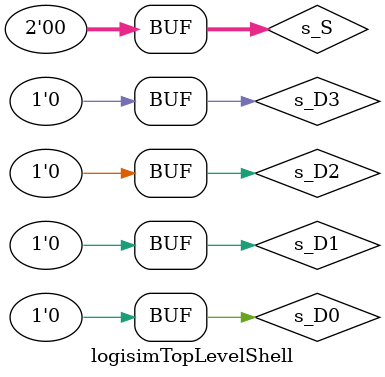
<source format=v>
/******************************************************************************
 ** Logisim-evolution goes FPGA automatic generated Verilog code             **
 ** https://github.com/logisim-evolution/                                    **
 **                                                                          **
 ** Component : logisimTopLevelShell                                         **
 **                                                                          **
 *****************************************************************************/

module logisimTopLevelShell(  );

   /*******************************************************************************
   ** The wires are defined here                                                 **
   *******************************************************************************/
   wire       s_D0;
   wire       s_D1;
   wire       s_D2;
   wire       s_D3;
   wire [1:0] s_S;
   wire       s_Y;

   /*******************************************************************************
   ** The module functionality is described here                                 **
   *******************************************************************************/

   /*******************************************************************************
   ** All signal adaptations are performed here                                  **
   *******************************************************************************/
   assign s_D0   = 1'b0;
   assign s_D1   = 1'b0;
   assign s_D2   = 1'b0;
   assign s_D3   = 1'b0;
   assign s_S[0] = 1'b0;
   assign s_S[1] = 1'b0;

   /*******************************************************************************
   ** The toplevel component is connected here                                   **
   *******************************************************************************/
   Mux4to1   CIRCUIT_0 (.D0(s_D0),
                        .D1(s_D1),
                        .D2(s_D2),
                        .D3(s_D3),
                        .S(s_S),
                        .Y(s_Y));
endmodule

</source>
